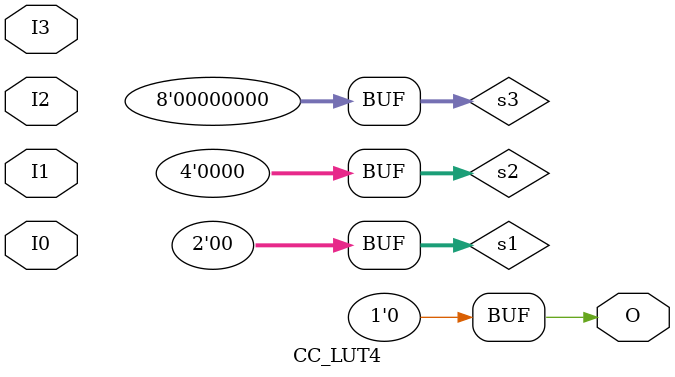
<source format=v>
module CC_LUT4 (
	output O,
	input  I0, I1, I2, I3
);
	parameter [15:0] INIT = 0;
	wire [7:0] s3 = I3 ? INIT[15:8] : INIT[7:0];
	wire [3:0] s2 = I2 ? s3[7:4] : s3[3:0];
	wire [1:0] s1 = I1 ? s2[3:2] : s2[1:0];
	assign O = I0 ? s1[1] : s1[0];
endmodule
</source>
